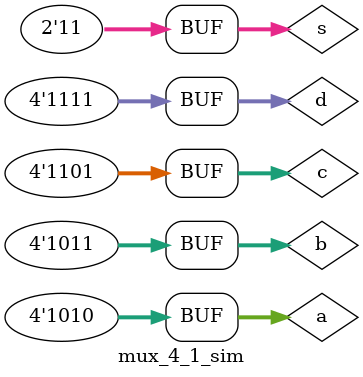
<source format=v>
`timescale 1ns / 1ps

module mux_4_1_sim();
    reg[3:0] a, b, c, d;
    reg[1:0] s;
    wire[3:0] cout;
    
    mux_4_1 mux(a, b, c, d, s, cout);
    
    initial begin
        a = 10;
        b = 11;
        c = 13;
        d = 15;
        
        s[1] = 0;
        s[0] = 0;
        #20 s[1] = 0; s[0] = 1;
        #20 s[1] = 1; s[0] = 0;
        #20 s[1] = 1; s[0] = 1;
    end
endmodule

</source>
